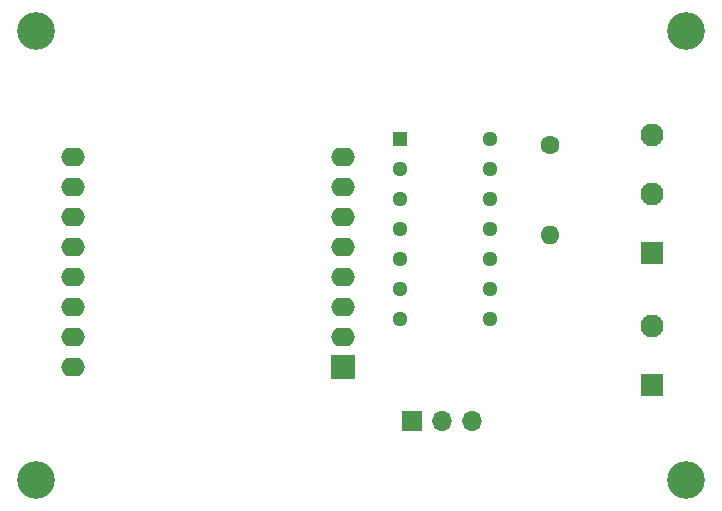
<source format=gbs>
G04 #@! TF.GenerationSoftware,KiCad,Pcbnew,(5.1.10)-1*
G04 #@! TF.CreationDate,2022-01-24T23:11:23-05:00*
G04 #@! TF.ProjectId,EmotionLampBoard_V1,456d6f74-696f-46e4-9c61-6d70426f6172,rev?*
G04 #@! TF.SameCoordinates,Original*
G04 #@! TF.FileFunction,Soldermask,Bot*
G04 #@! TF.FilePolarity,Negative*
%FSLAX46Y46*%
G04 Gerber Fmt 4.6, Leading zero omitted, Abs format (unit mm)*
G04 Created by KiCad (PCBNEW (5.1.10)-1) date 2022-01-24 23:11:23*
%MOMM*%
%LPD*%
G01*
G04 APERTURE LIST*
%ADD10R,1.295400X1.295400*%
%ADD11C,1.295400*%
%ADD12C,3.200000*%
%ADD13R,1.950000X1.950000*%
%ADD14C,1.950000*%
%ADD15C,1.600000*%
%ADD16O,1.600000X1.600000*%
%ADD17O,2.000000X1.600000*%
%ADD18R,2.000000X2.000000*%
%ADD19R,1.700000X1.700000*%
%ADD20O,1.700000X1.700000*%
G04 APERTURE END LIST*
D10*
X147828000Y-74168000D03*
D11*
X147828000Y-76708000D03*
X147828000Y-79248000D03*
X147828000Y-81788000D03*
X147828000Y-84328000D03*
X147828000Y-86868000D03*
X147828000Y-89408000D03*
X155448000Y-89408000D03*
X155448000Y-86868000D03*
X155448000Y-84328000D03*
X155448000Y-81788000D03*
X155448000Y-79248000D03*
X155448000Y-76708000D03*
X155448000Y-74168000D03*
D12*
X117000000Y-65000000D03*
X172000000Y-65000000D03*
X172000000Y-103000000D03*
X117000000Y-103000000D03*
D13*
X169180000Y-83820000D03*
D14*
X169180000Y-78820000D03*
X169180000Y-73820000D03*
D13*
X169180000Y-95000000D03*
D14*
X169180000Y-90000000D03*
D15*
X160528000Y-74676000D03*
D16*
X160528000Y-82296000D03*
D17*
X143000000Y-90932000D03*
D18*
X143000000Y-93472000D03*
D17*
X143000000Y-88392000D03*
X143000000Y-85852000D03*
X143000000Y-83312000D03*
X143000000Y-80772000D03*
X143000000Y-78232000D03*
X143000000Y-75692000D03*
X120140000Y-75692000D03*
X120140000Y-78232000D03*
X120140000Y-80772000D03*
X120140000Y-83312000D03*
X120140000Y-85852000D03*
X120140000Y-88392000D03*
X120140000Y-90932000D03*
X120140000Y-93472000D03*
D19*
X148844000Y-98044000D03*
D20*
X151384000Y-98044000D03*
X153924000Y-98044000D03*
M02*

</source>
